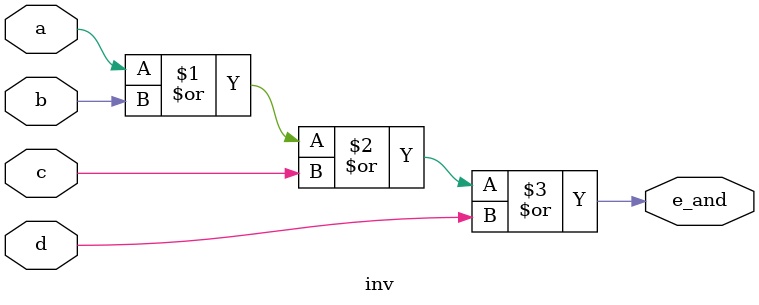
<source format=v>
`timescale 1ns / 1ps


module inv(
    input a,
    input b,
    input c,
    input d,
    output e_and
    );
    or(e_and,a,b,c,d);
    
endmodule
</source>
